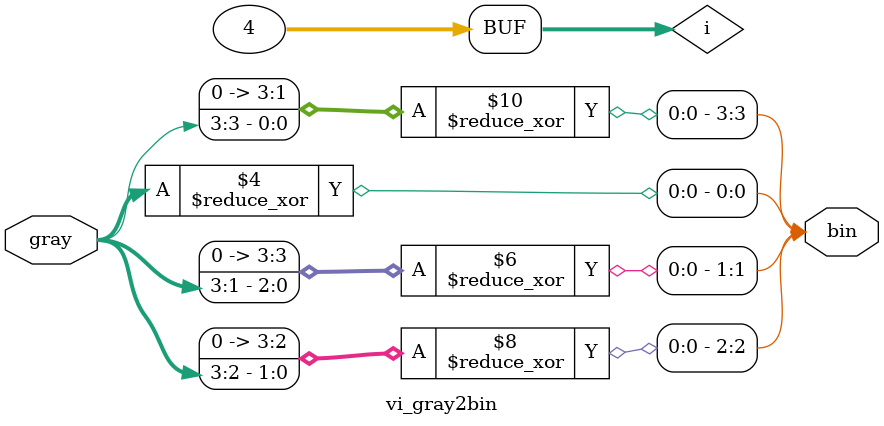
<source format=sv>
/***************************************************************************
* Copyright (c) 2012 Virtual Instruments.
* 25 Metro Dr, STE#400, San Jose, CA 95110
* www.virtualinstruments.com
* $Archive: sync_lib.v$
* $Author: honda.yang $
* $Date: 2012-12-11 17:00:16 -0800 (Tue, 11 Dec 2012) $
* $Revision: 851 $
* Description: Clock synchronization library
*
***************************************************************************/


/***************************************************************************
* Binary to Gray Code Conversion
***************************************************************************/
module vi_bin2gray #(

parameter SIZE = 4 )

(

output logic [SIZE-1:0]     gray,
input  [SIZE-1:0]           bin

);

assign gray = (bin>>1) ^ bin;

endmodule



/***************************************************************************
* Gray to Binary Code Conversion
***************************************************************************/
module vi_gray2bin #(

parameter SIZE = 4 )

(

output logic [SIZE-1:0]     bin,
input  [SIZE-1:0]           gray

);

integer i;

always_comb
    for (i=0; i<SIZE; i=i+1)
        bin[i] = ^( gray>>i );

endmodule


</source>
